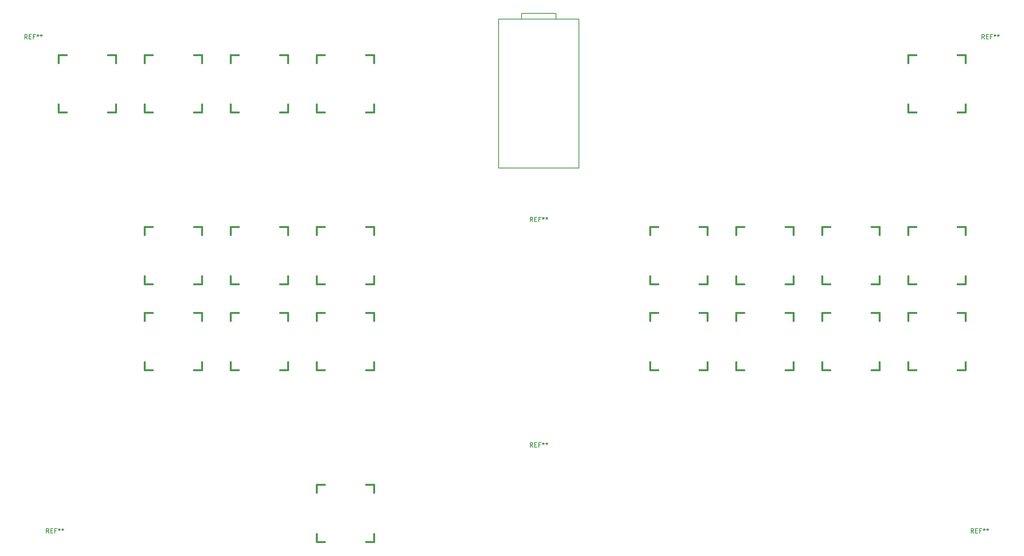
<source format=gto>
G04 #@! TF.GenerationSoftware,KiCad,Pcbnew,5.0.1*
G04 #@! TF.CreationDate,2018-11-29T02:11:47-05:00*
G04 #@! TF.ProjectId,fightkeyb-pcb,66696768746B6579622D7063622E6B69,rev?*
G04 #@! TF.SameCoordinates,Original*
G04 #@! TF.FileFunction,Legend,Top*
G04 #@! TF.FilePolarity,Positive*
%FSLAX46Y46*%
G04 Gerber Fmt 4.6, Leading zero omitted, Abs format (unit mm)*
G04 Created by KiCad (PCBNEW 5.0.1) date Thu 29 Nov 2018 02:11:47 AM EST*
%MOMM*%
%LPD*%
G01*
G04 APERTURE LIST*
%ADD10C,0.127000*%
%ADD11C,0.381000*%
%ADD12C,0.150000*%
G04 APERTURE END LIST*
D10*
G04 #@! TO.C,M2*
X160972500Y-17780000D02*
X160972500Y-19050000D01*
X153352500Y-17780000D02*
X160972500Y-17780000D01*
X153352500Y-19050000D02*
X153352500Y-17780000D01*
X166052500Y-19050000D02*
X148272500Y-19050000D01*
X166052500Y-52070000D02*
X166052500Y-19050000D01*
X148272500Y-52070000D02*
X166052500Y-52070000D01*
X148272500Y-19050000D02*
X148272500Y-52070000D01*
D11*
G04 #@! TO.C,K2*
X50800000Y-26987500D02*
X52578000Y-26987500D01*
X61722000Y-26987500D02*
X63500000Y-26987500D01*
X63500000Y-26987500D02*
X63500000Y-28765500D01*
X63500000Y-37909500D02*
X63500000Y-39687500D01*
X63500000Y-39687500D02*
X61722000Y-39687500D01*
X52578000Y-39687500D02*
X50800000Y-39687500D01*
X50800000Y-39687500D02*
X50800000Y-37909500D01*
X50800000Y-28765500D02*
X50800000Y-26987500D01*
G04 #@! TO.C,K3*
X69850000Y-28765500D02*
X69850000Y-26987500D01*
X69850000Y-39687500D02*
X69850000Y-37909500D01*
X71628000Y-39687500D02*
X69850000Y-39687500D01*
X82550000Y-39687500D02*
X80772000Y-39687500D01*
X82550000Y-37909500D02*
X82550000Y-39687500D01*
X82550000Y-26987500D02*
X82550000Y-28765500D01*
X80772000Y-26987500D02*
X82550000Y-26987500D01*
X69850000Y-26987500D02*
X71628000Y-26987500D01*
G04 #@! TO.C,K4*
X88900000Y-26987500D02*
X90678000Y-26987500D01*
X99822000Y-26987500D02*
X101600000Y-26987500D01*
X101600000Y-26987500D02*
X101600000Y-28765500D01*
X101600000Y-37909500D02*
X101600000Y-39687500D01*
X101600000Y-39687500D02*
X99822000Y-39687500D01*
X90678000Y-39687500D02*
X88900000Y-39687500D01*
X88900000Y-39687500D02*
X88900000Y-37909500D01*
X88900000Y-28765500D02*
X88900000Y-26987500D01*
G04 #@! TO.C,K5*
X107950000Y-28765500D02*
X107950000Y-26987500D01*
X107950000Y-39687500D02*
X107950000Y-37909500D01*
X109728000Y-39687500D02*
X107950000Y-39687500D01*
X120650000Y-39687500D02*
X118872000Y-39687500D01*
X120650000Y-37909500D02*
X120650000Y-39687500D01*
X120650000Y-26987500D02*
X120650000Y-28765500D01*
X118872000Y-26987500D02*
X120650000Y-26987500D01*
X107950000Y-26987500D02*
X109728000Y-26987500D01*
G04 #@! TO.C,K6*
X238918750Y-26987500D02*
X240696750Y-26987500D01*
X249840750Y-26987500D02*
X251618750Y-26987500D01*
X251618750Y-26987500D02*
X251618750Y-28765500D01*
X251618750Y-37909500D02*
X251618750Y-39687500D01*
X251618750Y-39687500D02*
X249840750Y-39687500D01*
X240696750Y-39687500D02*
X238918750Y-39687500D01*
X238918750Y-39687500D02*
X238918750Y-37909500D01*
X238918750Y-28765500D02*
X238918750Y-26987500D01*
G04 #@! TO.C,K7*
X69850000Y-66865500D02*
X69850000Y-65087500D01*
X69850000Y-77787500D02*
X69850000Y-76009500D01*
X71628000Y-77787500D02*
X69850000Y-77787500D01*
X82550000Y-77787500D02*
X80772000Y-77787500D01*
X82550000Y-76009500D02*
X82550000Y-77787500D01*
X82550000Y-65087500D02*
X82550000Y-66865500D01*
X80772000Y-65087500D02*
X82550000Y-65087500D01*
X69850000Y-65087500D02*
X71628000Y-65087500D01*
G04 #@! TO.C,K8*
X88900000Y-65087500D02*
X90678000Y-65087500D01*
X99822000Y-65087500D02*
X101600000Y-65087500D01*
X101600000Y-65087500D02*
X101600000Y-66865500D01*
X101600000Y-76009500D02*
X101600000Y-77787500D01*
X101600000Y-77787500D02*
X99822000Y-77787500D01*
X90678000Y-77787500D02*
X88900000Y-77787500D01*
X88900000Y-77787500D02*
X88900000Y-76009500D01*
X88900000Y-66865500D02*
X88900000Y-65087500D01*
G04 #@! TO.C,K9*
X107950000Y-66865500D02*
X107950000Y-65087500D01*
X107950000Y-77787500D02*
X107950000Y-76009500D01*
X109728000Y-77787500D02*
X107950000Y-77787500D01*
X120650000Y-77787500D02*
X118872000Y-77787500D01*
X120650000Y-76009500D02*
X120650000Y-77787500D01*
X120650000Y-65087500D02*
X120650000Y-66865500D01*
X118872000Y-65087500D02*
X120650000Y-65087500D01*
X107950000Y-65087500D02*
X109728000Y-65087500D01*
G04 #@! TO.C,K10*
X181768750Y-66865500D02*
X181768750Y-65087500D01*
X181768750Y-77787500D02*
X181768750Y-76009500D01*
X183546750Y-77787500D02*
X181768750Y-77787500D01*
X194468750Y-77787500D02*
X192690750Y-77787500D01*
X194468750Y-76009500D02*
X194468750Y-77787500D01*
X194468750Y-65087500D02*
X194468750Y-66865500D01*
X192690750Y-65087500D02*
X194468750Y-65087500D01*
X181768750Y-65087500D02*
X183546750Y-65087500D01*
G04 #@! TO.C,K11*
X200818750Y-65087500D02*
X202596750Y-65087500D01*
X211740750Y-65087500D02*
X213518750Y-65087500D01*
X213518750Y-65087500D02*
X213518750Y-66865500D01*
X213518750Y-76009500D02*
X213518750Y-77787500D01*
X213518750Y-77787500D02*
X211740750Y-77787500D01*
X202596750Y-77787500D02*
X200818750Y-77787500D01*
X200818750Y-77787500D02*
X200818750Y-76009500D01*
X200818750Y-66865500D02*
X200818750Y-65087500D01*
G04 #@! TO.C,K12*
X219868750Y-66865500D02*
X219868750Y-65087500D01*
X219868750Y-77787500D02*
X219868750Y-76009500D01*
X221646750Y-77787500D02*
X219868750Y-77787500D01*
X232568750Y-77787500D02*
X230790750Y-77787500D01*
X232568750Y-76009500D02*
X232568750Y-77787500D01*
X232568750Y-65087500D02*
X232568750Y-66865500D01*
X230790750Y-65087500D02*
X232568750Y-65087500D01*
X219868750Y-65087500D02*
X221646750Y-65087500D01*
G04 #@! TO.C,K13*
X238918750Y-65087500D02*
X240696750Y-65087500D01*
X249840750Y-65087500D02*
X251618750Y-65087500D01*
X251618750Y-65087500D02*
X251618750Y-66865500D01*
X251618750Y-76009500D02*
X251618750Y-77787500D01*
X251618750Y-77787500D02*
X249840750Y-77787500D01*
X240696750Y-77787500D02*
X238918750Y-77787500D01*
X238918750Y-77787500D02*
X238918750Y-76009500D01*
X238918750Y-66865500D02*
X238918750Y-65087500D01*
G04 #@! TO.C,K14*
X69850000Y-84137500D02*
X71628000Y-84137500D01*
X80772000Y-84137500D02*
X82550000Y-84137500D01*
X82550000Y-84137500D02*
X82550000Y-85915500D01*
X82550000Y-95059500D02*
X82550000Y-96837500D01*
X82550000Y-96837500D02*
X80772000Y-96837500D01*
X71628000Y-96837500D02*
X69850000Y-96837500D01*
X69850000Y-96837500D02*
X69850000Y-95059500D01*
X69850000Y-85915500D02*
X69850000Y-84137500D01*
G04 #@! TO.C,K15*
X88900000Y-85915500D02*
X88900000Y-84137500D01*
X88900000Y-96837500D02*
X88900000Y-95059500D01*
X90678000Y-96837500D02*
X88900000Y-96837500D01*
X101600000Y-96837500D02*
X99822000Y-96837500D01*
X101600000Y-95059500D02*
X101600000Y-96837500D01*
X101600000Y-84137500D02*
X101600000Y-85915500D01*
X99822000Y-84137500D02*
X101600000Y-84137500D01*
X88900000Y-84137500D02*
X90678000Y-84137500D01*
G04 #@! TO.C,K16*
X107950000Y-84137500D02*
X109728000Y-84137500D01*
X118872000Y-84137500D02*
X120650000Y-84137500D01*
X120650000Y-84137500D02*
X120650000Y-85915500D01*
X120650000Y-95059500D02*
X120650000Y-96837500D01*
X120650000Y-96837500D02*
X118872000Y-96837500D01*
X109728000Y-96837500D02*
X107950000Y-96837500D01*
X107950000Y-96837500D02*
X107950000Y-95059500D01*
X107950000Y-85915500D02*
X107950000Y-84137500D01*
G04 #@! TO.C,K17*
X181768750Y-85915500D02*
X181768750Y-84137500D01*
X181768750Y-96837500D02*
X181768750Y-95059500D01*
X183546750Y-96837500D02*
X181768750Y-96837500D01*
X194468750Y-96837500D02*
X192690750Y-96837500D01*
X194468750Y-95059500D02*
X194468750Y-96837500D01*
X194468750Y-84137500D02*
X194468750Y-85915500D01*
X192690750Y-84137500D02*
X194468750Y-84137500D01*
X181768750Y-84137500D02*
X183546750Y-84137500D01*
G04 #@! TO.C,K18*
X200818750Y-84137500D02*
X202596750Y-84137500D01*
X211740750Y-84137500D02*
X213518750Y-84137500D01*
X213518750Y-84137500D02*
X213518750Y-85915500D01*
X213518750Y-95059500D02*
X213518750Y-96837500D01*
X213518750Y-96837500D02*
X211740750Y-96837500D01*
X202596750Y-96837500D02*
X200818750Y-96837500D01*
X200818750Y-96837500D02*
X200818750Y-95059500D01*
X200818750Y-85915500D02*
X200818750Y-84137500D01*
G04 #@! TO.C,K19*
X219868750Y-85915500D02*
X219868750Y-84137500D01*
X219868750Y-96837500D02*
X219868750Y-95059500D01*
X221646750Y-96837500D02*
X219868750Y-96837500D01*
X232568750Y-96837500D02*
X230790750Y-96837500D01*
X232568750Y-95059500D02*
X232568750Y-96837500D01*
X232568750Y-84137500D02*
X232568750Y-85915500D01*
X230790750Y-84137500D02*
X232568750Y-84137500D01*
X219868750Y-84137500D02*
X221646750Y-84137500D01*
G04 #@! TO.C,K20*
X238918750Y-85915500D02*
X238918750Y-84137500D01*
X238918750Y-96837500D02*
X238918750Y-95059500D01*
X240696750Y-96837500D02*
X238918750Y-96837500D01*
X251618750Y-96837500D02*
X249840750Y-96837500D01*
X251618750Y-95059500D02*
X251618750Y-96837500D01*
X251618750Y-84137500D02*
X251618750Y-85915500D01*
X249840750Y-84137500D02*
X251618750Y-84137500D01*
X238918750Y-84137500D02*
X240696750Y-84137500D01*
G04 #@! TO.C,K21*
X107950000Y-122237500D02*
X109728000Y-122237500D01*
X118872000Y-122237500D02*
X120650000Y-122237500D01*
X120650000Y-122237500D02*
X120650000Y-124015500D01*
X120650000Y-133159500D02*
X120650000Y-134937500D01*
X120650000Y-134937500D02*
X118872000Y-134937500D01*
X109728000Y-134937500D02*
X107950000Y-134937500D01*
X107950000Y-134937500D02*
X107950000Y-133159500D01*
X107950000Y-124015500D02*
X107950000Y-122237500D01*
G04 #@! TO.C,REF\002A\002A*
D12*
X48672916Y-132983630D02*
X48339583Y-132507440D01*
X48101488Y-132983630D02*
X48101488Y-131983630D01*
X48482440Y-131983630D01*
X48577678Y-132031250D01*
X48625297Y-132078869D01*
X48672916Y-132174107D01*
X48672916Y-132316964D01*
X48625297Y-132412202D01*
X48577678Y-132459821D01*
X48482440Y-132507440D01*
X48101488Y-132507440D01*
X49101488Y-132459821D02*
X49434821Y-132459821D01*
X49577678Y-132983630D02*
X49101488Y-132983630D01*
X49101488Y-131983630D01*
X49577678Y-131983630D01*
X50339583Y-132459821D02*
X50006250Y-132459821D01*
X50006250Y-132983630D02*
X50006250Y-131983630D01*
X50482440Y-131983630D01*
X51006250Y-131983630D02*
X51006250Y-132221726D01*
X50768154Y-132126488D02*
X51006250Y-132221726D01*
X51244345Y-132126488D01*
X50863392Y-132412202D02*
X51006250Y-132221726D01*
X51149107Y-132412202D01*
X51768154Y-131983630D02*
X51768154Y-132221726D01*
X51530059Y-132126488D02*
X51768154Y-132221726D01*
X52006250Y-132126488D01*
X51625297Y-132412202D02*
X51768154Y-132221726D01*
X51911011Y-132412202D01*
X253460416Y-132983630D02*
X253127083Y-132507440D01*
X252888988Y-132983630D02*
X252888988Y-131983630D01*
X253269940Y-131983630D01*
X253365178Y-132031250D01*
X253412797Y-132078869D01*
X253460416Y-132174107D01*
X253460416Y-132316964D01*
X253412797Y-132412202D01*
X253365178Y-132459821D01*
X253269940Y-132507440D01*
X252888988Y-132507440D01*
X253888988Y-132459821D02*
X254222321Y-132459821D01*
X254365178Y-132983630D02*
X253888988Y-132983630D01*
X253888988Y-131983630D01*
X254365178Y-131983630D01*
X255127083Y-132459821D02*
X254793750Y-132459821D01*
X254793750Y-132983630D02*
X254793750Y-131983630D01*
X255269940Y-131983630D01*
X255793750Y-131983630D02*
X255793750Y-132221726D01*
X255555654Y-132126488D02*
X255793750Y-132221726D01*
X256031845Y-132126488D01*
X255650892Y-132412202D02*
X255793750Y-132221726D01*
X255936607Y-132412202D01*
X256555654Y-131983630D02*
X256555654Y-132221726D01*
X256317559Y-132126488D02*
X256555654Y-132221726D01*
X256793750Y-132126488D01*
X256412797Y-132412202D02*
X256555654Y-132221726D01*
X256698511Y-132412202D01*
X255841666Y-23446130D02*
X255508333Y-22969940D01*
X255270238Y-23446130D02*
X255270238Y-22446130D01*
X255651190Y-22446130D01*
X255746428Y-22493750D01*
X255794047Y-22541369D01*
X255841666Y-22636607D01*
X255841666Y-22779464D01*
X255794047Y-22874702D01*
X255746428Y-22922321D01*
X255651190Y-22969940D01*
X255270238Y-22969940D01*
X256270238Y-22922321D02*
X256603571Y-22922321D01*
X256746428Y-23446130D02*
X256270238Y-23446130D01*
X256270238Y-22446130D01*
X256746428Y-22446130D01*
X257508333Y-22922321D02*
X257175000Y-22922321D01*
X257175000Y-23446130D02*
X257175000Y-22446130D01*
X257651190Y-22446130D01*
X258175000Y-22446130D02*
X258175000Y-22684226D01*
X257936904Y-22588988D02*
X258175000Y-22684226D01*
X258413095Y-22588988D01*
X258032142Y-22874702D02*
X258175000Y-22684226D01*
X258317857Y-22874702D01*
X258936904Y-22446130D02*
X258936904Y-22684226D01*
X258698809Y-22588988D02*
X258936904Y-22684226D01*
X259175000Y-22588988D01*
X258794047Y-22874702D02*
X258936904Y-22684226D01*
X259079761Y-22874702D01*
X43910416Y-23446130D02*
X43577083Y-22969940D01*
X43338988Y-23446130D02*
X43338988Y-22446130D01*
X43719940Y-22446130D01*
X43815178Y-22493750D01*
X43862797Y-22541369D01*
X43910416Y-22636607D01*
X43910416Y-22779464D01*
X43862797Y-22874702D01*
X43815178Y-22922321D01*
X43719940Y-22969940D01*
X43338988Y-22969940D01*
X44338988Y-22922321D02*
X44672321Y-22922321D01*
X44815178Y-23446130D02*
X44338988Y-23446130D01*
X44338988Y-22446130D01*
X44815178Y-22446130D01*
X45577083Y-22922321D02*
X45243750Y-22922321D01*
X45243750Y-23446130D02*
X45243750Y-22446130D01*
X45719940Y-22446130D01*
X46243750Y-22446130D02*
X46243750Y-22684226D01*
X46005654Y-22588988D02*
X46243750Y-22684226D01*
X46481845Y-22588988D01*
X46100892Y-22874702D02*
X46243750Y-22684226D01*
X46386607Y-22874702D01*
X47005654Y-22446130D02*
X47005654Y-22684226D01*
X46767559Y-22588988D02*
X47005654Y-22684226D01*
X47243750Y-22588988D01*
X46862797Y-22874702D02*
X47005654Y-22684226D01*
X47148511Y-22874702D01*
X155829166Y-63927380D02*
X155495833Y-63451190D01*
X155257738Y-63927380D02*
X155257738Y-62927380D01*
X155638690Y-62927380D01*
X155733928Y-62975000D01*
X155781547Y-63022619D01*
X155829166Y-63117857D01*
X155829166Y-63260714D01*
X155781547Y-63355952D01*
X155733928Y-63403571D01*
X155638690Y-63451190D01*
X155257738Y-63451190D01*
X156257738Y-63403571D02*
X156591071Y-63403571D01*
X156733928Y-63927380D02*
X156257738Y-63927380D01*
X156257738Y-62927380D01*
X156733928Y-62927380D01*
X157495833Y-63403571D02*
X157162500Y-63403571D01*
X157162500Y-63927380D02*
X157162500Y-62927380D01*
X157638690Y-62927380D01*
X158162500Y-62927380D02*
X158162500Y-63165476D01*
X157924404Y-63070238D02*
X158162500Y-63165476D01*
X158400595Y-63070238D01*
X158019642Y-63355952D02*
X158162500Y-63165476D01*
X158305357Y-63355952D01*
X158924404Y-62927380D02*
X158924404Y-63165476D01*
X158686309Y-63070238D02*
X158924404Y-63165476D01*
X159162500Y-63070238D01*
X158781547Y-63355952D02*
X158924404Y-63165476D01*
X159067261Y-63355952D01*
X155829166Y-113933630D02*
X155495833Y-113457440D01*
X155257738Y-113933630D02*
X155257738Y-112933630D01*
X155638690Y-112933630D01*
X155733928Y-112981250D01*
X155781547Y-113028869D01*
X155829166Y-113124107D01*
X155829166Y-113266964D01*
X155781547Y-113362202D01*
X155733928Y-113409821D01*
X155638690Y-113457440D01*
X155257738Y-113457440D01*
X156257738Y-113409821D02*
X156591071Y-113409821D01*
X156733928Y-113933630D02*
X156257738Y-113933630D01*
X156257738Y-112933630D01*
X156733928Y-112933630D01*
X157495833Y-113409821D02*
X157162500Y-113409821D01*
X157162500Y-113933630D02*
X157162500Y-112933630D01*
X157638690Y-112933630D01*
X158162500Y-112933630D02*
X158162500Y-113171726D01*
X157924404Y-113076488D02*
X158162500Y-113171726D01*
X158400595Y-113076488D01*
X158019642Y-113362202D02*
X158162500Y-113171726D01*
X158305357Y-113362202D01*
X158924404Y-112933630D02*
X158924404Y-113171726D01*
X158686309Y-113076488D02*
X158924404Y-113171726D01*
X159162500Y-113076488D01*
X158781547Y-113362202D02*
X158924404Y-113171726D01*
X159067261Y-113362202D01*
G04 #@! TD*
M02*

</source>
